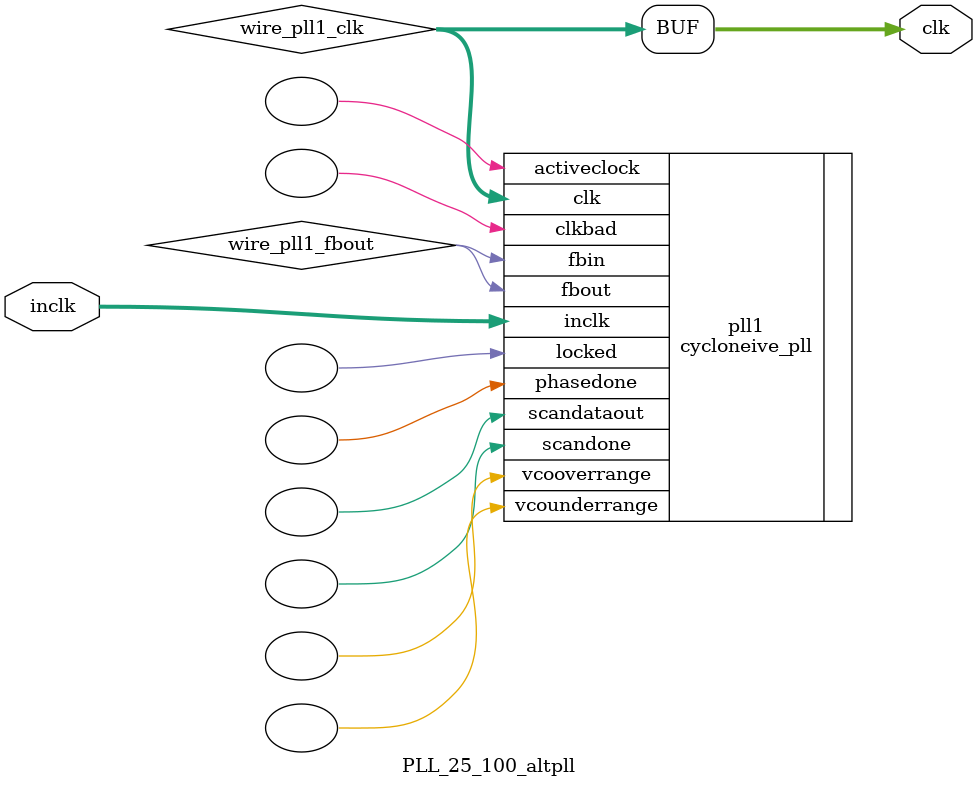
<source format=v>






//synthesis_resources = cycloneive_pll 1 
//synopsys translate_off
`timescale 1 ps / 1 ps
//synopsys translate_on
module  PLL_25_100_altpll
	( 
	clk,
	inclk) /* synthesis synthesis_clearbox=1 */;
	output   [4:0]  clk;
	input   [1:0]  inclk;
`ifndef ALTERA_RESERVED_QIS
// synopsys translate_off
`endif
	tri0   [1:0]  inclk;
`ifndef ALTERA_RESERVED_QIS
// synopsys translate_on
`endif

	wire  [4:0]   wire_pll1_clk;
	wire  wire_pll1_fbout;

	cycloneive_pll   pll1
	( 
	.activeclock(),
	.clk(wire_pll1_clk),
	.clkbad(),
	.fbin(wire_pll1_fbout),
	.fbout(wire_pll1_fbout),
	.inclk(inclk),
	.locked(),
	.phasedone(),
	.scandataout(),
	.scandone(),
	.vcooverrange(),
	.vcounderrange()
	`ifndef FORMAL_VERIFICATION
	// synopsys translate_off
	`endif
	,
	.areset(1'b0),
	.clkswitch(1'b0),
	.configupdate(1'b0),
	.pfdena(1'b1),
	.phasecounterselect({3{1'b0}}),
	.phasestep(1'b0),
	.phaseupdown(1'b0),
	.scanclk(1'b0),
	.scanclkena(1'b1),
	.scandata(1'b0)
	`ifndef FORMAL_VERIFICATION
	// synopsys translate_on
	`endif
	);
	defparam
		pll1.bandwidth_type = "auto",
		pll1.clk0_divide_by = 2,
		pll1.clk0_duty_cycle = 50,
		pll1.clk0_multiply_by = 1,
		pll1.clk0_phase_shift = "0",
		pll1.compensate_clock = "clk0",
		pll1.inclk0_input_frequency = 20000,
		pll1.operation_mode = "normal",
		pll1.pll_type = "auto",
		pll1.lpm_type = "cycloneive_pll";
	assign
		clk = {wire_pll1_clk[4:0]};
endmodule //PLL_25_100_altpll
//VALID FILE

</source>
